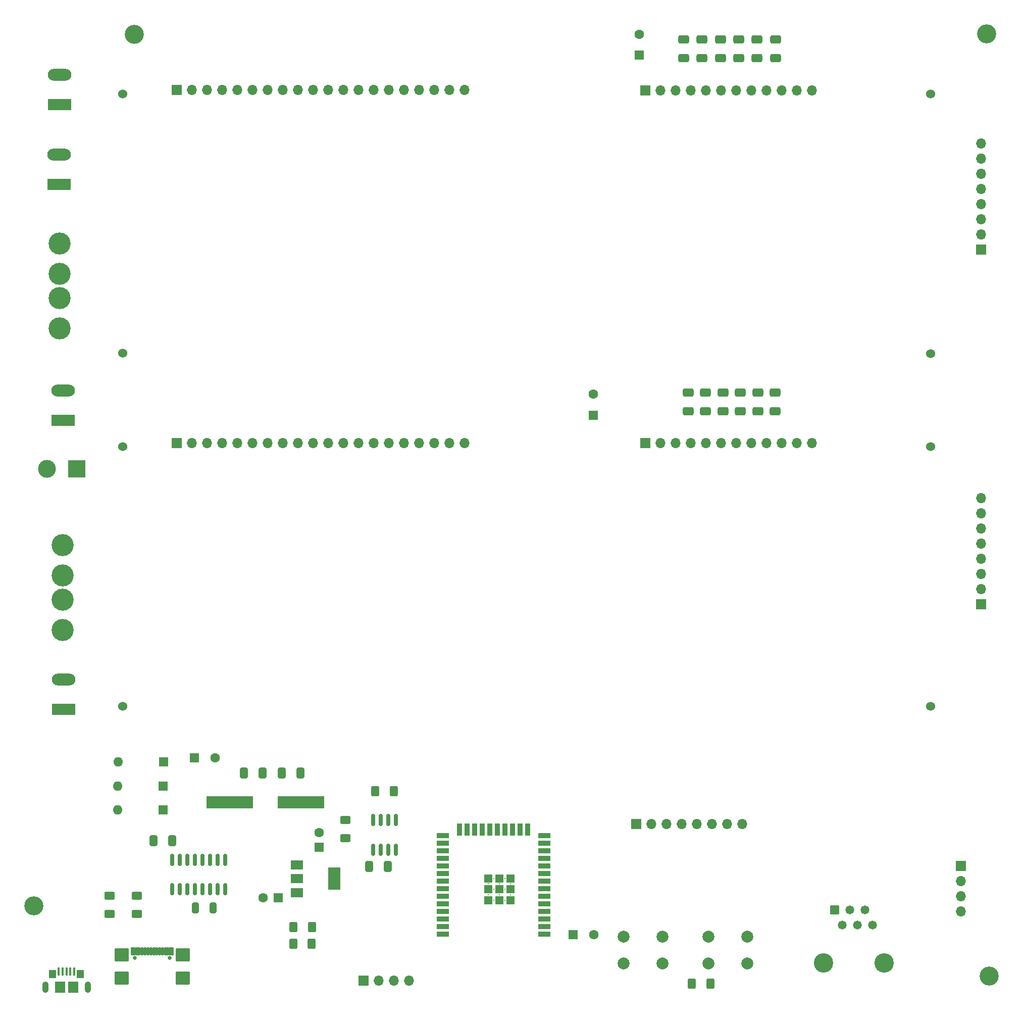
<source format=gts>
%TF.GenerationSoftware,KiCad,Pcbnew,7.0.1*%
%TF.CreationDate,2024-06-17T10:29:32+02:00*%
%TF.ProjectId,ODRIVE_V1.0,4f445249-5645-45f5-9631-2e302e6b6963,rev?*%
%TF.SameCoordinates,Original*%
%TF.FileFunction,Soldermask,Top*%
%TF.FilePolarity,Negative*%
%FSLAX46Y46*%
G04 Gerber Fmt 4.6, Leading zero omitted, Abs format (unit mm)*
G04 Created by KiCad (PCBNEW 7.0.1) date 2024-06-17 10:29:32*
%MOMM*%
%LPD*%
G01*
G04 APERTURE LIST*
G04 Aperture macros list*
%AMRoundRect*
0 Rectangle with rounded corners*
0 $1 Rounding radius*
0 $2 $3 $4 $5 $6 $7 $8 $9 X,Y pos of 4 corners*
0 Add a 4 corners polygon primitive as box body*
4,1,4,$2,$3,$4,$5,$6,$7,$8,$9,$2,$3,0*
0 Add four circle primitives for the rounded corners*
1,1,$1+$1,$2,$3*
1,1,$1+$1,$4,$5*
1,1,$1+$1,$6,$7*
1,1,$1+$1,$8,$9*
0 Add four rect primitives between the rounded corners*
20,1,$1+$1,$2,$3,$4,$5,0*
20,1,$1+$1,$4,$5,$6,$7,0*
20,1,$1+$1,$6,$7,$8,$9,0*
20,1,$1+$1,$8,$9,$2,$3,0*%
G04 Aperture macros list end*
%ADD10R,1.600000X1.600000*%
%ADD11C,1.600000*%
%ADD12C,3.200000*%
%ADD13R,1.700000X1.700000*%
%ADD14O,1.700000X1.700000*%
%ADD15R,3.000000X3.000000*%
%ADD16C,3.000000*%
%ADD17RoundRect,0.250000X0.650000X-0.412500X0.650000X0.412500X-0.650000X0.412500X-0.650000X-0.412500X0*%
%ADD18R,3.960000X1.980000*%
%ADD19O,3.960000X1.980000*%
%ADD20RoundRect,0.250000X0.625000X-0.400000X0.625000X0.400000X-0.625000X0.400000X-0.625000X-0.400000X0*%
%ADD21RoundRect,0.150000X0.150000X-0.825000X0.150000X0.825000X-0.150000X0.825000X-0.150000X-0.825000X0*%
%ADD22C,0.650000*%
%ADD23RoundRect,0.102000X-0.300000X-0.575000X0.300000X-0.575000X0.300000X0.575000X-0.300000X0.575000X0*%
%ADD24RoundRect,0.102000X-0.150000X-0.575000X0.150000X-0.575000X0.150000X0.575000X-0.150000X0.575000X0*%
%ADD25RoundRect,0.102000X-1.090000X-1.000000X1.090000X-1.000000X1.090000X1.000000X-1.090000X1.000000X0*%
%ADD26C,3.704000*%
%ADD27R,2.000000X1.500000*%
%ADD28R,2.000000X3.800000*%
%ADD29RoundRect,0.250000X-0.412500X-0.650000X0.412500X-0.650000X0.412500X0.650000X-0.412500X0.650000X0*%
%ADD30C,1.524000*%
%ADD31RoundRect,0.250000X0.412500X0.650000X-0.412500X0.650000X-0.412500X-0.650000X0.412500X-0.650000X0*%
%ADD32O,1.600000X1.600000*%
%ADD33RoundRect,0.250000X-0.325000X-0.650000X0.325000X-0.650000X0.325000X0.650000X-0.325000X0.650000X0*%
%ADD34R,2.000000X0.900000*%
%ADD35R,0.900000X2.000000*%
%ADD36R,1.330000X1.330000*%
%ADD37C,0.300000*%
%ADD38C,3.250000*%
%ADD39RoundRect,0.102000X0.634000X-0.634000X0.634000X0.634000X-0.634000X0.634000X-0.634000X-0.634000X0*%
%ADD40C,1.472000*%
%ADD41RoundRect,0.250000X-0.400000X-0.625000X0.400000X-0.625000X0.400000X0.625000X-0.400000X0.625000X0*%
%ADD42C,2.000000*%
%ADD43RoundRect,0.250000X-0.625000X0.400000X-0.625000X-0.400000X0.625000X-0.400000X0.625000X0.400000X0*%
%ADD44RoundRect,0.250000X0.400000X0.625000X-0.400000X0.625000X-0.400000X-0.625000X0.400000X-0.625000X0*%
%ADD45R,0.400000X1.400000*%
%ADD46O,1.050000X1.900000*%
%ADD47R,1.150000X1.450000*%
%ADD48R,1.750000X1.900000*%
%ADD49R,7.875000X2.000000*%
G04 APERTURE END LIST*
D10*
%TO.C,C19*%
X40300000Y-140600000D03*
D11*
X43800000Y-140600000D03*
%TD*%
D12*
%TO.C,H4*%
X30200000Y-19350000D03*
%TD*%
%TO.C,H3*%
X13400000Y-165400000D03*
%TD*%
%TO.C,H2*%
X173550000Y-177200000D03*
%TD*%
%TO.C,H1*%
X173150000Y-19300000D03*
%TD*%
D13*
%TO.C,J9*%
X168800000Y-158780000D03*
D14*
X168800000Y-161320000D03*
X168800000Y-163860000D03*
X168800000Y-166400000D03*
%TD*%
D15*
%TO.C,J4*%
X20586000Y-92178000D03*
D16*
X15586000Y-92178000D03*
%TD*%
D17*
%TO.C,C9*%
X128500000Y-23375000D03*
X128500000Y-20250000D03*
%TD*%
%TO.C,C1*%
X123108000Y-82525000D03*
X123108000Y-79400000D03*
%TD*%
D18*
%TO.C,J11*%
X18300000Y-84050000D03*
D19*
X18300000Y-79050000D03*
%TD*%
D20*
%TO.C,R1*%
X65655000Y-154125000D03*
X65655000Y-151025000D03*
%TD*%
D21*
%TO.C,U7*%
X70300000Y-156000000D03*
X71570000Y-156000000D03*
X72840000Y-156000000D03*
X74110000Y-156000000D03*
X74110000Y-151050000D03*
X72840000Y-151050000D03*
X71570000Y-151050000D03*
X70300000Y-151050000D03*
%TD*%
D17*
%TO.C,C4*%
X131871000Y-82525000D03*
X131871000Y-79400000D03*
%TD*%
D13*
%TO.C,J6*%
X172212000Y-55468000D03*
D14*
X172212000Y-52928000D03*
X172212000Y-50388000D03*
X172212000Y-47848000D03*
X172212000Y-45308000D03*
X172212000Y-42768000D03*
X172212000Y-40228000D03*
X172212000Y-37688000D03*
%TD*%
D22*
%TO.C,J7*%
X30360000Y-174137500D03*
X36140000Y-174137500D03*
D23*
X30050000Y-173062500D03*
X30850000Y-173062500D03*
D24*
X32000000Y-173062500D03*
X33000000Y-173062500D03*
X33500000Y-173062500D03*
X34500000Y-173062500D03*
D23*
X36450000Y-173062500D03*
X35650000Y-173062500D03*
D24*
X35000000Y-173062500D03*
X34000000Y-173062500D03*
X32500000Y-173062500D03*
X31500000Y-173062500D03*
D25*
X28140000Y-173637500D03*
X38360000Y-173637500D03*
X28140000Y-177567500D03*
X38360000Y-177567500D03*
%TD*%
D26*
%TO.C,F2*%
X17700000Y-54450000D03*
X17700000Y-59530000D03*
X17700000Y-63590000D03*
X17700000Y-68670000D03*
%TD*%
D17*
%TO.C,C8*%
X125420000Y-23375000D03*
X125420000Y-20250000D03*
%TD*%
D27*
%TO.C,U2*%
X57500000Y-158600000D03*
X57500000Y-160900000D03*
D28*
X63800000Y-160900000D03*
D27*
X57500000Y-163200000D03*
%TD*%
D29*
%TO.C,C13*%
X48637500Y-143150000D03*
X51762500Y-143150000D03*
%TD*%
D10*
%TO.C,C24*%
X61200000Y-155650000D03*
D11*
X61200000Y-153150000D03*
%TD*%
D13*
%TO.C,U5*%
X114430000Y-151700000D03*
D14*
X116970000Y-151700000D03*
X119510000Y-151700000D03*
X122050000Y-151700000D03*
X124590000Y-151700000D03*
X127130000Y-151700000D03*
X129670000Y-151700000D03*
X132210000Y-151700000D03*
%TD*%
D18*
%TO.C,J2*%
X17700000Y-31150000D03*
D19*
X17700000Y-26150000D03*
%TD*%
D14*
%TO.C,U3*%
X143840000Y-28750000D03*
X141300000Y-28750000D03*
X138760000Y-28750000D03*
X136220000Y-28750000D03*
X133680000Y-28750000D03*
X131140000Y-28750000D03*
X128600000Y-28750000D03*
X126060000Y-28750000D03*
X123520000Y-28750000D03*
X120980000Y-28750000D03*
X118440000Y-28750000D03*
D13*
X115900000Y-28750000D03*
D14*
X85645000Y-28735000D03*
X83105000Y-28735000D03*
X80565000Y-28735000D03*
X78025000Y-28735000D03*
X75485000Y-28735000D03*
X72945000Y-28735000D03*
X70405000Y-28735000D03*
X67865000Y-28735000D03*
X65325000Y-28735000D03*
X62785000Y-28735000D03*
X60245000Y-28735000D03*
X57705000Y-28735000D03*
X55165000Y-28735000D03*
X52625000Y-28735000D03*
X50085000Y-28735000D03*
X47545000Y-28735000D03*
X45005000Y-28735000D03*
X42465000Y-28735000D03*
X39925000Y-28735000D03*
D13*
X37385000Y-28735000D03*
D30*
X163775000Y-72855000D03*
X163765000Y-29345000D03*
X28285000Y-29345000D03*
X28265000Y-72845000D03*
%TD*%
D31*
%TO.C,C14*%
X36595000Y-154500000D03*
X33470000Y-154500000D03*
%TD*%
D10*
%TO.C,D3*%
X35110000Y-141300000D03*
D32*
X27490000Y-141300000D03*
%TD*%
D33*
%TO.C,C16*%
X40465000Y-165800000D03*
X43415000Y-165800000D03*
%TD*%
D34*
%TO.C,U4*%
X98965000Y-170160000D03*
X98965000Y-168890000D03*
X98965000Y-167620000D03*
X98965000Y-166350000D03*
X98965000Y-165080000D03*
X98965000Y-163810000D03*
X98965000Y-162540000D03*
X98965000Y-161270000D03*
X98965000Y-160000000D03*
X98965000Y-158730000D03*
X98965000Y-157460000D03*
X98965000Y-156190000D03*
X98965000Y-154920000D03*
X98965000Y-153650000D03*
D35*
X96180000Y-152650000D03*
X94910000Y-152650000D03*
X93640000Y-152650000D03*
X92370000Y-152650000D03*
X91100000Y-152650000D03*
X89830000Y-152650000D03*
X88560000Y-152650000D03*
X87290000Y-152650000D03*
X86020000Y-152650000D03*
X84750000Y-152650000D03*
D34*
X81965000Y-153650000D03*
X81965000Y-154920000D03*
X81965000Y-156190000D03*
X81965000Y-157460000D03*
X81965000Y-158730000D03*
X81965000Y-160000000D03*
X81965000Y-161270000D03*
X81965000Y-162540000D03*
X81965000Y-163810000D03*
X81965000Y-165080000D03*
X81965000Y-166350000D03*
X81965000Y-167620000D03*
X81965000Y-168890000D03*
X81965000Y-170160000D03*
D36*
X93300000Y-164495000D03*
X91465000Y-164495000D03*
X89630000Y-164495000D03*
X93300000Y-162660000D03*
X91465000Y-162660000D03*
X89630000Y-162660000D03*
X93300000Y-160825000D03*
X91465000Y-160825000D03*
X89630000Y-160825000D03*
D37*
X92382500Y-164495000D03*
X90547500Y-164495000D03*
X93300000Y-163577500D03*
X91465000Y-163577500D03*
X89630000Y-163577500D03*
X92382500Y-162660000D03*
X90547500Y-162660000D03*
X93300000Y-161742500D03*
X91465000Y-161742500D03*
X89630000Y-161742500D03*
X92382500Y-160825000D03*
X90547500Y-160825000D03*
%TD*%
D10*
%TO.C,C18*%
X107200000Y-83200000D03*
D11*
X107200000Y-79700000D03*
%TD*%
D20*
%TO.C,R5*%
X26100000Y-166800000D03*
X26100000Y-163700000D03*
%TD*%
D17*
%TO.C,C3*%
X128950000Y-82525000D03*
X128950000Y-79400000D03*
%TD*%
D38*
%TO.C,J10*%
X145770000Y-175020000D03*
X155930000Y-175020000D03*
D39*
X147670000Y-166130000D03*
D40*
X148940000Y-168670000D03*
X150210000Y-166130000D03*
X151480000Y-168670000D03*
X152750000Y-166130000D03*
X154020000Y-168670000D03*
%TD*%
D17*
%TO.C,C6*%
X137713000Y-82525000D03*
X137713000Y-79400000D03*
%TD*%
D10*
%TO.C,C21*%
X114918000Y-22843349D03*
D11*
X114918000Y-19343349D03*
%TD*%
D17*
%TO.C,C10*%
X131580000Y-23375000D03*
X131580000Y-20250000D03*
%TD*%
D10*
%TO.C,C23*%
X54350000Y-164100000D03*
D11*
X51850000Y-164100000D03*
%TD*%
D17*
%TO.C,C7*%
X122340000Y-23375000D03*
X122340000Y-20250000D03*
%TD*%
D41*
%TO.C,R3*%
X56890000Y-171750000D03*
X59990000Y-171750000D03*
%TD*%
D18*
%TO.C,J12*%
X18350000Y-132500000D03*
D19*
X18350000Y-127500000D03*
%TD*%
D17*
%TO.C,C11*%
X134660000Y-23375000D03*
X134660000Y-20250000D03*
%TD*%
D10*
%TO.C,D1*%
X35040000Y-149350000D03*
D32*
X27420000Y-149350000D03*
%TD*%
D31*
%TO.C,C15*%
X58112500Y-143150000D03*
X54987500Y-143150000D03*
%TD*%
D42*
%TO.C,SW3*%
X132995000Y-175125000D03*
X126495000Y-175125000D03*
X132995000Y-170625000D03*
X126495000Y-170625000D03*
%TD*%
D31*
%TO.C,C22*%
X72721000Y-158846000D03*
X69596000Y-158846000D03*
%TD*%
D43*
%TO.C,R7*%
X30650000Y-163700000D03*
X30650000Y-166800000D03*
%TD*%
D44*
%TO.C,R6*%
X126800000Y-178500000D03*
X123700000Y-178500000D03*
%TD*%
D18*
%TO.C,J3*%
X17650000Y-44550000D03*
D19*
X17650000Y-39550000D03*
%TD*%
D17*
%TO.C,C2*%
X126029000Y-82525000D03*
X126029000Y-79400000D03*
%TD*%
D42*
%TO.C,SW4*%
X112295000Y-170625000D03*
X118795000Y-170625000D03*
X112295000Y-175125000D03*
X118795000Y-175125000D03*
%TD*%
D26*
%TO.C,F1*%
X18250000Y-119190000D03*
X18250000Y-114110000D03*
X18250000Y-110050000D03*
X18250000Y-104970000D03*
%TD*%
D13*
%TO.C,J8*%
X68640000Y-177950000D03*
D14*
X71180000Y-177950000D03*
X73720000Y-177950000D03*
X76260000Y-177950000D03*
%TD*%
D30*
%TO.C,U6*%
X28265000Y-131995000D03*
X28285000Y-88495000D03*
X163765000Y-88495000D03*
X163775000Y-132005000D03*
D13*
X37385000Y-87885000D03*
D14*
X39925000Y-87885000D03*
X42465000Y-87885000D03*
X45005000Y-87885000D03*
X47545000Y-87885000D03*
X50085000Y-87885000D03*
X52625000Y-87885000D03*
X55165000Y-87885000D03*
X57705000Y-87885000D03*
X60245000Y-87885000D03*
X62785000Y-87885000D03*
X65325000Y-87885000D03*
X67865000Y-87885000D03*
X70405000Y-87885000D03*
X72945000Y-87885000D03*
X75485000Y-87885000D03*
X78025000Y-87885000D03*
X80565000Y-87885000D03*
X83105000Y-87885000D03*
X85645000Y-87885000D03*
D13*
X115900000Y-87900000D03*
D14*
X118440000Y-87900000D03*
X120980000Y-87900000D03*
X123520000Y-87900000D03*
X126060000Y-87900000D03*
X128600000Y-87900000D03*
X131140000Y-87900000D03*
X133680000Y-87900000D03*
X136220000Y-87900000D03*
X138760000Y-87900000D03*
X141300000Y-87900000D03*
X143840000Y-87900000D03*
%TD*%
D41*
%TO.C,R4*%
X56940000Y-169000000D03*
X60040000Y-169000000D03*
%TD*%
D10*
%TO.C,D2*%
X35060000Y-145350000D03*
D32*
X27440000Y-145350000D03*
%TD*%
D45*
%TO.C,J1*%
X17575000Y-176400000D03*
X18225000Y-176400000D03*
X18875000Y-176400000D03*
X19525000Y-176400000D03*
X20175000Y-176400000D03*
D46*
X15300000Y-179050000D03*
D47*
X16555000Y-176820000D03*
D48*
X17750000Y-179050000D03*
X20000000Y-179050000D03*
D47*
X21195000Y-176820000D03*
D46*
X22450000Y-179050000D03*
%TD*%
D44*
%TO.C,R2*%
X73740000Y-146175000D03*
X70640000Y-146175000D03*
%TD*%
D17*
%TO.C,C12*%
X137740000Y-23375000D03*
X137740000Y-20250000D03*
%TD*%
D21*
%TO.C,U1*%
X36600000Y-162650000D03*
X37870000Y-162650000D03*
X39140000Y-162650000D03*
X40410000Y-162650000D03*
X41680000Y-162650000D03*
X42950000Y-162650000D03*
X44220000Y-162650000D03*
X45490000Y-162650000D03*
X45490000Y-157700000D03*
X44220000Y-157700000D03*
X42950000Y-157700000D03*
X41680000Y-157700000D03*
X40410000Y-157700000D03*
X39140000Y-157700000D03*
X37870000Y-157700000D03*
X36600000Y-157700000D03*
%TD*%
D49*
%TO.C,Y1*%
X46262500Y-148050000D03*
X58137500Y-148050000D03*
%TD*%
D10*
%TO.C,C17*%
X103797349Y-170250000D03*
D11*
X107297349Y-170250000D03*
%TD*%
D17*
%TO.C,C5*%
X134792000Y-82525000D03*
X134792000Y-79400000D03*
%TD*%
D13*
%TO.C,J5*%
X172212000Y-114904000D03*
D14*
X172212000Y-112364000D03*
X172212000Y-109824000D03*
X172212000Y-107284000D03*
X172212000Y-104744000D03*
X172212000Y-102204000D03*
X172212000Y-99664000D03*
X172212000Y-97124000D03*
%TD*%
M02*

</source>
